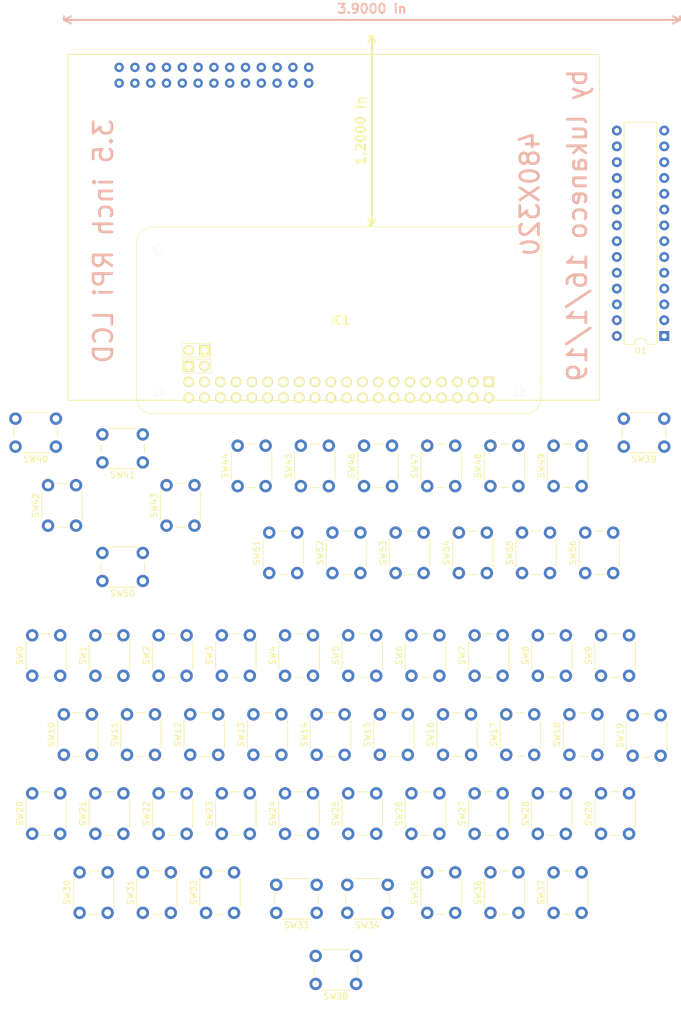
<source format=kicad_pcb>
(kicad_pcb (version 20171130) (host pcbnew "(5.0.2)-1")
  (layers (0 F.Cu signal) (31 B.Cu signal) (34 B.Paste user hide) (35 F.Paste user) (36 B.SilkS user) (37 F.SilkS user) (38 B.Mask user) (39 F.Mask user) (44 Edge.Cuts user))
  (net 0 "")
  (net 1 "Net-(SW0-Pad2)")
  (net 2 "Net-(SW1-Pad2)")
  (net 3 "Net-(SW2-Pad2)")
  (net 4 "Net-(SW3-Pad2)")
  (net 5 "Net-(SW4-Pad2)")
  (net 6 "Net-(SW5-Pad2)")
  (net 7 "Net-(SW6-Pad2)")
  (net 8 "Net-(SW7-Pad2)")
  (net 9 "Net-(SW8-Pad2)")
  (net 10 "Net-(SW9-Pad2)")
  (net 11 "Net-(SW10-Pad2)")
  (net 12 "Net-(SW11-Pad2)")
  (net 13 "Net-(SW12-Pad2)")
  (net 14 "Net-(SW13-Pad2)")
  (net 15 "Net-(SW14-Pad2)")
  (net 16 "Net-(SW15-Pad2)")
  (net 17 "Net-(SW16-Pad2)")
  (net 18 "Net-(SW17-Pad2)")
  (net 19 "Net-(SW18-Pad2)")
  (net 20 "Net-(SW19-Pad2)")
  (net 21 "Net-(SW20-Pad2)")
  (net 22 "Net-(SW21-Pad2)")
  (net 23 "Net-(SW22-Pad2)")
  (net 24 "Net-(SW23-Pad2)")
  (net 25 "Net-(SW24-Pad2)")
  (net 26 "Net-(SW25-Pad2)")
  (net 27 "Net-(SW26-Pad2)")
  (net 28 "Net-(SW27-Pad2)")
  (net 29 "Net-(SW28-Pad2)")
  (net 30 "Net-(SW29-Pad2)")
  (net 31 "Net-(SW30-Pad2)")
  (net 32 "Net-(SW31-Pad2)")
  (net 33 "Net-(SW32-Pad2)")
  (net 34 "Net-(SW33-Pad2)")
  (net 35 "Net-(SW34-Pad2)")
  (net 36 "Net-(SW35-Pad2)")
  (net 37 "Net-(SW36-Pad2)")
  (net 38 "Net-(SW37-Pad2)")
  (net 39 "Net-(SW38-Pad2)")
  (net 40 "Net-(SW39-Pad2)")
  (net 41 "Net-(SW40-Pad2)")
  (net 42 "Net-(SW41-Pad2)")
  (net 43 "Net-(SW42-Pad2)")
  (net 44 "Net-(SW43-Pad2)")
  (net 45 "Net-(SW44-Pad2)")
  (net 46 "Net-(SW45-Pad2)")
  (net 47 "Net-(SW46-Pad2)")
  (net 48 "Net-(SW47-Pad2)")
  (net 49 "Net-(SW48-Pad2)")
  (net 50 "Net-(SW49-Pad2)")
  (net 51 "Net-(SW50-Pad2)")
  (net 52 "Net-(SW51-Pad2)")
  (net 53 "Net-(SW52-Pad2)")
  (net 54 "Net-(SW53-Pad2)")
  (net 55 "Net-(SW54-Pad2)")
  (net 56 "Net-(SW55-Pad2)")
  (net 57 "Net-(SW56-Pad2)")
  (net 58 "Net-(U1-Pad15)")
  (net 59 "Net-(U1-Pad16)")
  (net 60 "Net-(U1-Pad17)")
  (net 61 "Net-(U1-Pad18)")
  (net 62 "Net-(U1-Pad19)")
  (net 63 "Net-(U1-Pad6)")
  (net 64 "Net-(U1-Pad20)")
  (net 65 "Net-(U1-Pad7)")
  (net 66 "Net-(U1-Pad21)")
  (net 67 "Net-(U1-Pad22)")
  (net 68 "Net-(U1-Pad23)")
  (net 69 "Net-(U1-Pad24)")
  (net 70 "Net-(U1-Pad11)")
  (net 71 "Net-(U1-Pad25)")
  (net 72 "Net-(U1-Pad12)")
  (net 73 "Net-(U1-Pad26)")
  (net 74 "Net-(U1-Pad13)")
  (net 75 "Net-(U1-Pad27)")
  (net 76 "Net-(U1-Pad14)")
  (net 77 "Net-(U1-Pad28)")
  (net 78 Col2)
  (net 79 Col3)
  (net 80 Col4)
  (net 81 Col5)
  (net 82 Col0)
  (net 83 Col1)
  (net 84 Reset)
  (net 85 Serial_RX)
  (net 86 Serial_TX)
  (net 87 USB_D+)
  (net 88 USB_D-)
  (net 89 Osc1)
  (net 90 Osc2)
  (net 91 "Net-(DS1-Pad1)")
  (net 92 "Net-(DS1-Pad2)")
  (net 93 "Net-(DS1-Pad3)")
  (net 94 "Net-(DS1-Pad4)")
  (net 95 "Net-(DS1-Pad5)")
  (net 96 "Net-(DS1-Pad6)")
  (net 97 "Net-(DS1-Pad7)")
  (net 98 "Net-(DS1-Pad8)")
  (net 99 "Net-(DS1-Pad9)")
  (net 100 "Net-(DS1-Pad10)")
  (net 101 "Net-(DS1-Pad11)")
  (net 102 "Net-(DS1-Pad12)")
  (net 103 "Net-(DS1-Pad13)")
  (net 104 "Net-(DS1-Pad14)")
  (net 105 "Net-(DS1-Pad15)")
  (net 106 "Net-(DS1-Pad16)")
  (net 107 "Net-(DS1-Pad17)")
  (net 108 "Net-(DS1-Pad18)")
  (net 109 "Net-(DS1-Pad20)")
  (net 110 "Net-(DS1-Pad21)")
  (net 111 "Net-(DS1-Pad22)")
  (net 112 "Net-(DS1-Pad23)")
  (net 113 "Net-(DS1-Pad24)")
  (net 114 "Net-(DS1-Pad25)")
  (net 115 "Net-(DS1-Pad26)")
  (net 116 "Net-(IC1-Pad1)")
  (net 117 "Net-(IC1-Pad2)")
  (net 118 "Net-(IC1-Pad3)")
  (net 119 "Net-(IC1-Pad4)")
  (net 120 "Net-(IC1-Pad5)")
  (net 121 "Net-(IC1-Pad6)")
  (net 122 "Net-(IC1-Pad7)")
  (net 123 "Net-(IC1-Pad8)")
  (net 124 "Net-(IC1-Pad9)")
  (net 125 "Net-(IC1-Pad10)")
  (net 126 "Net-(IC1-Pad11)")
  (net 127 "Net-(IC1-Pad12)")
  (net 128 "Net-(IC1-Pad13)")
  (net 129 "Net-(IC1-Pad14)")
  (net 130 "Net-(IC1-Pad15)")
  (net 131 "Net-(IC1-Pad16)")
  (net 132 "Net-(IC1-Pad17)")
  (net 133 "Net-(IC1-Pad18)")
  (net 134 "Net-(IC1-Pad19)")
  (net 135 "Net-(IC1-Pad20)")
  (net 136 "Net-(IC1-Pad21)")
  (net 137 "Net-(IC1-Pad22)")
  (net 138 "Net-(IC1-Pad23)")
  (net 139 "Net-(IC1-Pad24)")
  (net 140 "Net-(IC1-Pad25)")
  (net 141 "Net-(IC1-Pad26)")
  (net 142 "Net-(IC1-Pad27)")
  (net 143 "Net-(IC1-Pad28)")
  (net 144 "Net-(IC1-Pad29)")
  (net 145 "Net-(IC1-Pad30)")
  (net 146 "Net-(IC1-Pad31)")
  (net 147 "Net-(IC1-Pad32)")
  (net 148 "Net-(IC1-Pad33)")
  (net 149 "Net-(IC1-Pad34)")
  (net 150 "Net-(IC1-Pad35)")
  (net 151 "Net-(IC1-Pad36)")
  (net 152 "Net-(IC1-Pad37)")
  (net 153 "Net-(IC1-Pad38)")
  (net 154 "Net-(IC1-Pad39)")
  (net 155 "Net-(IC1-Pad40)")
  (net 156 "Net-(IC1-Pad41)")
  (net 157 "Net-(IC1-Pad42)")
  (net 158 "Net-(IC1-Pad43)")
  (net 159 "Net-(IC1-Pad44)")
  (module Button_Switch_THT:SW_PUSH_6mm (layer F.Cu) (at 60.96 133.35 90)
    (fp_text reference SW0 (at 3.25 -2 90) (layer F.SilkS))
    (fp_text value SW_Push)
    (pad 2 thru_hole circle (at 0 4.5 180) (size 2 2) (drill 1.1) (layers *.Cu *.Mask) (net 1 "Net-(SW0-Pad2)"))
    (pad 1 thru_hole circle (at 0 0 180) (size 2 2) (drill 1.1) (layers *.Cu *.Mask) (net 78 Col2))
    (pad 2 thru_hole circle (at 6.5 4.5 180) (size 2 2) (drill 1.1) (layers *.Cu *.Mask) (net 1 "Net-(SW0-Pad2)"))
    (pad 1 thru_hole circle (at 6.5 0 180) (size 2 2) (drill 1.1) (layers *.Cu *.Mask) (net 78 Col2))
  )
  (module Button_Switch_THT:SW_PUSH_6mm (layer F.Cu) (at 71.12 133.35 90)
    (fp_text reference SW1 (at 3.25 -2 90) (layer F.SilkS))
    (fp_text value SW_Push)
    (pad 1 thru_hole circle (at 6.5 0 180) (size 2 2) (drill 1.1) (layers *.Cu *.Mask) (net 78 Col2))
    (pad 2 thru_hole circle (at 6.5 4.5 180) (size 2 2) (drill 1.1) (layers *.Cu *.Mask) (net 2 "Net-(SW1-Pad2)"))
    (pad 1 thru_hole circle (at 0 0 180) (size 2 2) (drill 1.1) (layers *.Cu *.Mask) (net 78 Col2))
    (pad 2 thru_hole circle (at 0 4.5 180) (size 2 2) (drill 1.1) (layers *.Cu *.Mask) (net 2 "Net-(SW1-Pad2)"))
  )
  (module Button_Switch_THT:SW_PUSH_6mm (layer F.Cu) (at 81.28 133.35 90)
    (fp_text reference SW2 (at 3.25 -2 90) (layer F.SilkS))
    (fp_text value SW_Push)
    (pad 2 thru_hole circle (at 0 4.5 180) (size 2 2) (drill 1.1) (layers *.Cu *.Mask) (net 3 "Net-(SW2-Pad2)"))
    (pad 1 thru_hole circle (at 0 0 180) (size 2 2) (drill 1.1) (layers *.Cu *.Mask) (net 78 Col2))
    (pad 2 thru_hole circle (at 6.5 4.5 180) (size 2 2) (drill 1.1) (layers *.Cu *.Mask) (net 3 "Net-(SW2-Pad2)"))
    (pad 1 thru_hole circle (at 6.5 0 180) (size 2 2) (drill 1.1) (layers *.Cu *.Mask) (net 78 Col2))
  )
  (module Button_Switch_THT:SW_PUSH_6mm (layer F.Cu) (at 91.44 133.35 90)
    (fp_text reference SW3 (at 3.25 -2 90) (layer F.SilkS))
    (fp_text value SW_Push)
    (pad 2 thru_hole circle (at 0 4.5 180) (size 2 2) (drill 1.1) (layers *.Cu *.Mask) (net 4 "Net-(SW3-Pad2)"))
    (pad 1 thru_hole circle (at 0 0 180) (size 2 2) (drill 1.1) (layers *.Cu *.Mask) (net 78 Col2))
    (pad 2 thru_hole circle (at 6.5 4.5 180) (size 2 2) (drill 1.1) (layers *.Cu *.Mask) (net 4 "Net-(SW3-Pad2)"))
    (pad 1 thru_hole circle (at 6.5 0 180) (size 2 2) (drill 1.1) (layers *.Cu *.Mask) (net 78 Col2))
  )
  (module Button_Switch_THT:SW_PUSH_6mm (layer F.Cu) (at 101.6 133.35 90)
    (fp_text reference SW4 (at 3.25 -2 90) (layer F.SilkS))
    (fp_text value SW_Push)
    (pad 1 thru_hole circle (at 6.5 0 180) (size 2 2) (drill 1.1) (layers *.Cu *.Mask) (net 78 Col2))
    (pad 2 thru_hole circle (at 6.5 4.5 180) (size 2 2) (drill 1.1) (layers *.Cu *.Mask) (net 5 "Net-(SW4-Pad2)"))
    (pad 1 thru_hole circle (at 0 0 180) (size 2 2) (drill 1.1) (layers *.Cu *.Mask) (net 78 Col2))
    (pad 2 thru_hole circle (at 0 4.5 180) (size 2 2) (drill 1.1) (layers *.Cu *.Mask) (net 5 "Net-(SW4-Pad2)"))
  )
  (module Button_Switch_THT:SW_PUSH_6mm (layer F.Cu) (at 111.76 133.35 90)
    (fp_text reference SW5 (at 3.25 -2 90) (layer F.SilkS))
    (fp_text value SW_Push)
    (pad 2 thru_hole circle (at 0 4.5 180) (size 2 2) (drill 1.1) (layers *.Cu *.Mask) (net 6 "Net-(SW5-Pad2)"))
    (pad 1 thru_hole circle (at 0 0 180) (size 2 2) (drill 1.1) (layers *.Cu *.Mask) (net 78 Col2))
    (pad 2 thru_hole circle (at 6.5 4.5 180) (size 2 2) (drill 1.1) (layers *.Cu *.Mask) (net 6 "Net-(SW5-Pad2)"))
    (pad 1 thru_hole circle (at 6.5 0 180) (size 2 2) (drill 1.1) (layers *.Cu *.Mask) (net 78 Col2))
  )
  (module Button_Switch_THT:SW_PUSH_6mm (layer F.Cu) (at 121.92 133.35 90)
    (fp_text reference SW6 (at 3.25 -2 90) (layer F.SilkS))
    (fp_text value SW_Push)
    (pad 2 thru_hole circle (at 0 4.5 180) (size 2 2) (drill 1.1) (layers *.Cu *.Mask) (net 7 "Net-(SW6-Pad2)"))
    (pad 1 thru_hole circle (at 0 0 180) (size 2 2) (drill 1.1) (layers *.Cu *.Mask) (net 78 Col2))
    (pad 2 thru_hole circle (at 6.5 4.5 180) (size 2 2) (drill 1.1) (layers *.Cu *.Mask) (net 7 "Net-(SW6-Pad2)"))
    (pad 1 thru_hole circle (at 6.5 0 180) (size 2 2) (drill 1.1) (layers *.Cu *.Mask) (net 78 Col2))
  )
  (module Button_Switch_THT:SW_PUSH_6mm (layer F.Cu) (at 132.08 133.35 90)
    (fp_text reference SW7 (at 3.25 -2 90) (layer F.SilkS))
    (fp_text value SW_Push)
    (pad 1 thru_hole circle (at 6.5 0 180) (size 2 2) (drill 1.1) (layers *.Cu *.Mask) (net 78 Col2))
    (pad 2 thru_hole circle (at 6.5 4.5 180) (size 2 2) (drill 1.1) (layers *.Cu *.Mask) (net 8 "Net-(SW7-Pad2)"))
    (pad 1 thru_hole circle (at 0 0 180) (size 2 2) (drill 1.1) (layers *.Cu *.Mask) (net 78 Col2))
    (pad 2 thru_hole circle (at 0 4.5 180) (size 2 2) (drill 1.1) (layers *.Cu *.Mask) (net 8 "Net-(SW7-Pad2)"))
  )
  (module Button_Switch_THT:SW_PUSH_6mm (layer F.Cu) (at 142.24 133.35 90)
    (fp_text reference SW8 (at 3.25 -2 90) (layer F.SilkS))
    (fp_text value SW_Push)
    (pad 1 thru_hole circle (at 6.5 0 180) (size 2 2) (drill 1.1) (layers *.Cu *.Mask) (net 78 Col2))
    (pad 2 thru_hole circle (at 6.5 4.5 180) (size 2 2) (drill 1.1) (layers *.Cu *.Mask) (net 9 "Net-(SW8-Pad2)"))
    (pad 1 thru_hole circle (at 0 0 180) (size 2 2) (drill 1.1) (layers *.Cu *.Mask) (net 78 Col2))
    (pad 2 thru_hole circle (at 0 4.5 180) (size 2 2) (drill 1.1) (layers *.Cu *.Mask) (net 9 "Net-(SW8-Pad2)"))
  )
  (module Button_Switch_THT:SW_PUSH_6mm (layer F.Cu) (at 152.4 133.35 90)
    (fp_text reference SW9 (at 3.25 -2 90) (layer F.SilkS))
    (fp_text value SW_Push)
    (pad 2 thru_hole circle (at 0 4.5 180) (size 2 2) (drill 1.1) (layers *.Cu *.Mask) (net 10 "Net-(SW9-Pad2)"))
    (pad 1 thru_hole circle (at 0 0 180) (size 2 2) (drill 1.1) (layers *.Cu *.Mask) (net 78 Col2))
    (pad 2 thru_hole circle (at 6.5 4.5 180) (size 2 2) (drill 1.1) (layers *.Cu *.Mask) (net 10 "Net-(SW9-Pad2)"))
    (pad 1 thru_hole circle (at 6.5 0 180) (size 2 2) (drill 1.1) (layers *.Cu *.Mask) (net 78 Col2))
  )
  (module Button_Switch_THT:SW_PUSH_6mm (layer F.Cu) (at 66.04 146.05 90)
    (fp_text reference SW10 (at 3.25 -2 90) (layer F.SilkS))
    (fp_text value SW_Push)
    (pad 1 thru_hole circle (at 6.5 0 180) (size 2 2) (drill 1.1) (layers *.Cu *.Mask) (net 79 Col3))
    (pad 2 thru_hole circle (at 6.5 4.5 180) (size 2 2) (drill 1.1) (layers *.Cu *.Mask) (net 11 "Net-(SW10-Pad2)"))
    (pad 1 thru_hole circle (at 0 0 180) (size 2 2) (drill 1.1) (layers *.Cu *.Mask) (net 79 Col3))
    (pad 2 thru_hole circle (at 0 4.5 180) (size 2 2) (drill 1.1) (layers *.Cu *.Mask) (net 11 "Net-(SW10-Pad2)"))
  )
  (module Button_Switch_THT:SW_PUSH_6mm (layer F.Cu) (at 76.2 146.05 90)
    (fp_text reference SW11 (at 3.25 -2 90) (layer F.SilkS))
    (fp_text value SW_Push)
    (pad 2 thru_hole circle (at 0 4.5 180) (size 2 2) (drill 1.1) (layers *.Cu *.Mask) (net 12 "Net-(SW11-Pad2)"))
    (pad 1 thru_hole circle (at 0 0 180) (size 2 2) (drill 1.1) (layers *.Cu *.Mask) (net 79 Col3))
    (pad 2 thru_hole circle (at 6.5 4.5 180) (size 2 2) (drill 1.1) (layers *.Cu *.Mask) (net 12 "Net-(SW11-Pad2)"))
    (pad 1 thru_hole circle (at 6.5 0 180) (size 2 2) (drill 1.1) (layers *.Cu *.Mask) (net 79 Col3))
  )
  (module Button_Switch_THT:SW_PUSH_6mm (layer F.Cu) (at 86.36 146.05 90)
    (fp_text reference SW12 (at 3.25 -2 90) (layer F.SilkS))
    (fp_text value SW_Push)
    (pad 1 thru_hole circle (at 6.5 0 180) (size 2 2) (drill 1.1) (layers *.Cu *.Mask) (net 79 Col3))
    (pad 2 thru_hole circle (at 6.5 4.5 180) (size 2 2) (drill 1.1) (layers *.Cu *.Mask) (net 13 "Net-(SW12-Pad2)"))
    (pad 1 thru_hole circle (at 0 0 180) (size 2 2) (drill 1.1) (layers *.Cu *.Mask) (net 79 Col3))
    (pad 2 thru_hole circle (at 0 4.5 180) (size 2 2) (drill 1.1) (layers *.Cu *.Mask) (net 13 "Net-(SW12-Pad2)"))
  )
  (module Button_Switch_THT:SW_PUSH_6mm (layer F.Cu) (at 96.52 146.05 90)
    (fp_text reference SW13 (at 3.25 -2 90) (layer F.SilkS))
    (fp_text value SW_Push)
    (pad 1 thru_hole circle (at 6.5 0 180) (size 2 2) (drill 1.1) (layers *.Cu *.Mask) (net 79 Col3))
    (pad 2 thru_hole circle (at 6.5 4.5 180) (size 2 2) (drill 1.1) (layers *.Cu *.Mask) (net 14 "Net-(SW13-Pad2)"))
    (pad 1 thru_hole circle (at 0 0 180) (size 2 2) (drill 1.1) (layers *.Cu *.Mask) (net 79 Col3))
    (pad 2 thru_hole circle (at 0 4.5 180) (size 2 2) (drill 1.1) (layers *.Cu *.Mask) (net 14 "Net-(SW13-Pad2)"))
  )
  (module Button_Switch_THT:SW_PUSH_6mm (layer F.Cu) (at 106.68 146.05 90)
    (fp_text reference SW14 (at 3.25 -2 90) (layer F.SilkS))
    (fp_text value SW_Push)
    (pad 2 thru_hole circle (at 0 4.5 180) (size 2 2) (drill 1.1) (layers *.Cu *.Mask) (net 15 "Net-(SW14-Pad2)"))
    (pad 1 thru_hole circle (at 0 0 180) (size 2 2) (drill 1.1) (layers *.Cu *.Mask) (net 79 Col3))
    (pad 2 thru_hole circle (at 6.5 4.5 180) (size 2 2) (drill 1.1) (layers *.Cu *.Mask) (net 15 "Net-(SW14-Pad2)"))
    (pad 1 thru_hole circle (at 6.5 0 180) (size 2 2) (drill 1.1) (layers *.Cu *.Mask) (net 79 Col3))
  )
  (module Button_Switch_THT:SW_PUSH_6mm (layer F.Cu) (at 116.84 146.05 90)
    (fp_text reference SW15 (at 3.25 -2 90) (layer F.SilkS))
    (fp_text value SW_Push)
    (pad 2 thru_hole circle (at 0 4.5 180) (size 2 2) (drill 1.1) (layers *.Cu *.Mask) (net 16 "Net-(SW15-Pad2)"))
    (pad 1 thru_hole circle (at 0 0 180) (size 2 2) (drill 1.1) (layers *.Cu *.Mask) (net 79 Col3))
    (pad 2 thru_hole circle (at 6.5 4.5 180) (size 2 2) (drill 1.1) (layers *.Cu *.Mask) (net 16 "Net-(SW15-Pad2)"))
    (pad 1 thru_hole circle (at 6.5 0 180) (size 2 2) (drill 1.1) (layers *.Cu *.Mask) (net 79 Col3))
  )
  (module Button_Switch_THT:SW_PUSH_6mm (layer F.Cu) (at 127 146.05 90)
    (fp_text reference SW16 (at 3.25 -2 90) (layer F.SilkS))
    (fp_text value SW_Push)
    (pad 1 thru_hole circle (at 6.5 0 180) (size 2 2) (drill 1.1) (layers *.Cu *.Mask) (net 79 Col3))
    (pad 2 thru_hole circle (at 6.5 4.5 180) (size 2 2) (drill 1.1) (layers *.Cu *.Mask) (net 17 "Net-(SW16-Pad2)"))
    (pad 1 thru_hole circle (at 0 0 180) (size 2 2) (drill 1.1) (layers *.Cu *.Mask) (net 79 Col3))
    (pad 2 thru_hole circle (at 0 4.5 180) (size 2 2) (drill 1.1) (layers *.Cu *.Mask) (net 17 "Net-(SW16-Pad2)"))
  )
  (module Button_Switch_THT:SW_PUSH_6mm (layer F.Cu) (at 137.16 146.05 90)
    (fp_text reference SW17 (at 3.25 -2 90) (layer F.SilkS))
    (fp_text value SW_Push)
    (pad 2 thru_hole circle (at 0 4.5 180) (size 2 2) (drill 1.1) (layers *.Cu *.Mask) (net 18 "Net-(SW17-Pad2)"))
    (pad 1 thru_hole circle (at 0 0 180) (size 2 2) (drill 1.1) (layers *.Cu *.Mask) (net 79 Col3))
    (pad 2 thru_hole circle (at 6.5 4.5 180) (size 2 2) (drill 1.1) (layers *.Cu *.Mask) (net 18 "Net-(SW17-Pad2)"))
    (pad 1 thru_hole circle (at 6.5 0 180) (size 2 2) (drill 1.1) (layers *.Cu *.Mask) (net 79 Col3))
  )
  (module Button_Switch_THT:SW_PUSH_6mm (layer F.Cu) (at 147.32 146.05 90)
    (fp_text reference SW18 (at 3.25 -2 90) (layer F.SilkS))
    (fp_text value SW_Push)
    (pad 1 thru_hole circle (at 6.5 0 180) (size 2 2) (drill 1.1) (layers *.Cu *.Mask) (net 79 Col3))
    (pad 2 thru_hole circle (at 6.5 4.5 180) (size 2 2) (drill 1.1) (layers *.Cu *.Mask) (net 19 "Net-(SW18-Pad2)"))
    (pad 1 thru_hole circle (at 0 0 180) (size 2 2) (drill 1.1) (layers *.Cu *.Mask) (net 79 Col3))
    (pad 2 thru_hole circle (at 0 4.5 180) (size 2 2) (drill 1.1) (layers *.Cu *.Mask) (net 19 "Net-(SW18-Pad2)"))
  )
  (module Button_Switch_THT:SW_PUSH_6mm (layer F.Cu) (at 157.48 146.2 90)
    (fp_text reference SW19 (at 3.25 -2 90) (layer F.SilkS))
    (fp_text value SW_Push)
    (pad 1 thru_hole circle (at 6.5 0 180) (size 2 2) (drill 1.1) (layers *.Cu *.Mask) (net 79 Col3))
    (pad 2 thru_hole circle (at 6.5 4.5 180) (size 2 2) (drill 1.1) (layers *.Cu *.Mask) (net 20 "Net-(SW19-Pad2)"))
    (pad 1 thru_hole circle (at 0 0 180) (size 2 2) (drill 1.1) (layers *.Cu *.Mask) (net 79 Col3))
    (pad 2 thru_hole circle (at 0 4.5 180) (size 2 2) (drill 1.1) (layers *.Cu *.Mask) (net 20 "Net-(SW19-Pad2)"))
  )
  (module Button_Switch_THT:SW_PUSH_6mm (layer F.Cu) (at 60.96 158.75 90)
    (fp_text reference SW20 (at 3.25 -2 90) (layer F.SilkS))
    (fp_text value SW_Push)
    (pad 2 thru_hole circle (at 0 4.5 180) (size 2 2) (drill 1.1) (layers *.Cu *.Mask) (net 21 "Net-(SW20-Pad2)"))
    (pad 1 thru_hole circle (at 0 0 180) (size 2 2) (drill 1.1) (layers *.Cu *.Mask) (net 80 Col4))
    (pad 2 thru_hole circle (at 6.5 4.5 180) (size 2 2) (drill 1.1) (layers *.Cu *.Mask) (net 21 "Net-(SW20-Pad2)"))
    (pad 1 thru_hole circle (at 6.5 0 180) (size 2 2) (drill 1.1) (layers *.Cu *.Mask) (net 80 Col4))
  )
  (module Button_Switch_THT:SW_PUSH_6mm (layer F.Cu) (at 71.12 158.75 90)
    (fp_text reference SW21 (at 3.25 -2 90) (layer F.SilkS))
    (fp_text value SW_Push)
    (pad 1 thru_hole circle (at 6.5 0 180) (size 2 2) (drill 1.1) (layers *.Cu *.Mask) (net 80 Col4))
    (pad 2 thru_hole circle (at 6.5 4.5 180) (size 2 2) (drill 1.1) (layers *.Cu *.Mask) (net 22 "Net-(SW21-Pad2)"))
    (pad 1 thru_hole circle (at 0 0 180) (size 2 2) (drill 1.1) (layers *.Cu *.Mask) (net 80 Col4))
    (pad 2 thru_hole circle (at 0 4.5 180) (size 2 2) (drill 1.1) (layers *.Cu *.Mask) (net 22 "Net-(SW21-Pad2)"))
  )
  (module Button_Switch_THT:SW_PUSH_6mm (layer F.Cu) (at 81.28 158.75 90)
    (fp_text reference SW22 (at 3.25 -2 90) (layer F.SilkS))
    (fp_text value SW_Push)
    (pad 2 thru_hole circle (at 0 4.5 180) (size 2 2) (drill 1.1) (layers *.Cu *.Mask) (net 23 "Net-(SW22-Pad2)"))
    (pad 1 thru_hole circle (at 0 0 180) (size 2 2) (drill 1.1) (layers *.Cu *.Mask) (net 80 Col4))
    (pad 2 thru_hole circle (at 6.5 4.5 180) (size 2 2) (drill 1.1) (layers *.Cu *.Mask) (net 23 "Net-(SW22-Pad2)"))
    (pad 1 thru_hole circle (at 6.5 0 180) (size 2 2) (drill 1.1) (layers *.Cu *.Mask) (net 80 Col4))
  )
  (module Button_Switch_THT:SW_PUSH_6mm (layer F.Cu) (at 91.44 158.75 90)
    (fp_text reference SW23 (at 3.25 -2 90) (layer F.SilkS))
    (fp_text value SW_Push)
    (pad 2 thru_hole circle (at 0 4.5 180) (size 2 2) (drill 1.1) (layers *.Cu *.Mask) (net 24 "Net-(SW23-Pad2)"))
    (pad 1 thru_hole circle (at 0 0 180) (size 2 2) (drill 1.1) (layers *.Cu *.Mask) (net 80 Col4))
    (pad 2 thru_hole circle (at 6.5 4.5 180) (size 2 2) (drill 1.1) (layers *.Cu *.Mask) (net 24 "Net-(SW23-Pad2)"))
    (pad 1 thru_hole circle (at 6.5 0 180) (size 2 2) (drill 1.1) (layers *.Cu *.Mask) (net 80 Col4))
  )
  (module Button_Switch_THT:SW_PUSH_6mm (layer F.Cu) (at 101.6 158.75 90)
    (fp_text reference SW24 (at 3.25 -2 90) (layer F.SilkS))
    (fp_text value SW_Push)
    (pad 2 thru_hole circle (at 0 4.5 180) (size 2 2) (drill 1.1) (layers *.Cu *.Mask) (net 25 "Net-(SW24-Pad2)"))
    (pad 1 thru_hole circle (at 0 0 180) (size 2 2) (drill 1.1) (layers *.Cu *.Mask) (net 80 Col4))
    (pad 2 thru_hole circle (at 6.5 4.5 180) (size 2 2) (drill 1.1) (layers *.Cu *.Mask) (net 25 "Net-(SW24-Pad2)"))
    (pad 1 thru_hole circle (at 6.5 0 180) (size 2 2) (drill 1.1) (layers *.Cu *.Mask) (net 80 Col4))
  )
  (module Button_Switch_THT:SW_PUSH_6mm (layer F.Cu) (at 111.76 158.75 90)
    (fp_text reference SW25 (at 3.25 -2 90) (layer F.SilkS))
    (fp_text value SW_Push)
    (pad 1 thru_hole circle (at 6.5 0 180) (size 2 2) (drill 1.1) (layers *.Cu *.Mask) (net 80 Col4))
    (pad 2 thru_hole circle (at 6.5 4.5 180) (size 2 2) (drill 1.1) (layers *.Cu *.Mask) (net 26 "Net-(SW25-Pad2)"))
    (pad 1 thru_hole circle (at 0 0 180) (size 2 2) (drill 1.1) (layers *.Cu *.Mask) (net 80 Col4))
    (pad 2 thru_hole circle (at 0 4.5 180) (size 2 2) (drill 1.1) (layers *.Cu *.Mask) (net 26 "Net-(SW25-Pad2)"))
  )
  (module Button_Switch_THT:SW_PUSH_6mm (layer F.Cu) (at 121.92 158.75 90)
    (fp_text reference SW26 (at 3.25 -2 90) (layer F.SilkS))
    (fp_text value SW_Push)
    (pad 2 thru_hole circle (at 0 4.5 180) (size 2 2) (drill 1.1) (layers *.Cu *.Mask) (net 27 "Net-(SW26-Pad2)"))
    (pad 1 thru_hole circle (at 0 0 180) (size 2 2) (drill 1.1) (layers *.Cu *.Mask) (net 80 Col4))
    (pad 2 thru_hole circle (at 6.5 4.5 180) (size 2 2) (drill 1.1) (layers *.Cu *.Mask) (net 27 "Net-(SW26-Pad2)"))
    (pad 1 thru_hole circle (at 6.5 0 180) (size 2 2) (drill 1.1) (layers *.Cu *.Mask) (net 80 Col4))
  )
  (module Button_Switch_THT:SW_PUSH_6mm (layer F.Cu) (at 132.08 158.75 90)
    (fp_text reference SW27 (at 3.25 -2 90) (layer F.SilkS))
    (fp_text value SW_Push)
    (pad 1 thru_hole circle (at 6.5 0 180) (size 2 2) (drill 1.1) (layers *.Cu *.Mask) (net 80 Col4))
    (pad 2 thru_hole circle (at 6.5 4.5 180) (size 2 2) (drill 1.1) (layers *.Cu *.Mask) (net 28 "Net-(SW27-Pad2)"))
    (pad 1 thru_hole circle (at 0 0 180) (size 2 2) (drill 1.1) (layers *.Cu *.Mask) (net 80 Col4))
    (pad 2 thru_hole circle (at 0 4.5 180) (size 2 2) (drill 1.1) (layers *.Cu *.Mask) (net 28 "Net-(SW27-Pad2)"))
  )
  (module Button_Switch_THT:SW_PUSH_6mm (layer F.Cu) (at 142.24 158.75 90)
    (fp_text reference SW28 (at 3.25 -2 90) (layer F.SilkS))
    (fp_text value SW_Push)
    (pad 2 thru_hole circle (at 0 4.5 180) (size 2 2) (drill 1.1) (layers *.Cu *.Mask) (net 29 "Net-(SW28-Pad2)"))
    (pad 1 thru_hole circle (at 0 0 180) (size 2 2) (drill 1.1) (layers *.Cu *.Mask) (net 80 Col4))
    (pad 2 thru_hole circle (at 6.5 4.5 180) (size 2 2) (drill 1.1) (layers *.Cu *.Mask) (net 29 "Net-(SW28-Pad2)"))
    (pad 1 thru_hole circle (at 6.5 0 180) (size 2 2) (drill 1.1) (layers *.Cu *.Mask) (net 80 Col4))
  )
  (module Button_Switch_THT:SW_PUSH_6mm (layer F.Cu) (at 152.4 158.75 90)
    (fp_text reference SW29 (at 3.25 -2 90) (layer F.SilkS))
    (fp_text value SW_Push)
    (pad 1 thru_hole circle (at 6.5 0 180) (size 2 2) (drill 1.1) (layers *.Cu *.Mask) (net 80 Col4))
    (pad 2 thru_hole circle (at 6.5 4.5 180) (size 2 2) (drill 1.1) (layers *.Cu *.Mask) (net 30 "Net-(SW29-Pad2)"))
    (pad 1 thru_hole circle (at 0 0 180) (size 2 2) (drill 1.1) (layers *.Cu *.Mask) (net 80 Col4))
    (pad 2 thru_hole circle (at 0 4.5 180) (size 2 2) (drill 1.1) (layers *.Cu *.Mask) (net 30 "Net-(SW29-Pad2)"))
  )
  (module Button_Switch_THT:SW_PUSH_6mm (layer F.Cu) (at 68.58 171.45 90)
    (fp_text reference SW30 (at 3.25 -2 90) (layer F.SilkS))
    (fp_text value SW_Push)
    (pad 1 thru_hole circle (at 6.5 0 180) (size 2 2) (drill 1.1) (layers *.Cu *.Mask) (net 81 Col5))
    (pad 2 thru_hole circle (at 6.5 4.5 180) (size 2 2) (drill 1.1) (layers *.Cu *.Mask) (net 31 "Net-(SW30-Pad2)"))
    (pad 1 thru_hole circle (at 0 0 180) (size 2 2) (drill 1.1) (layers *.Cu *.Mask) (net 81 Col5))
    (pad 2 thru_hole circle (at 0 4.5 180) (size 2 2) (drill 1.1) (layers *.Cu *.Mask) (net 31 "Net-(SW30-Pad2)"))
  )
  (module Button_Switch_THT:SW_PUSH_6mm (layer F.Cu) (at 78.74 171.45 90)
    (fp_text reference SW31 (at 3.25 -2 90) (layer F.SilkS))
    (fp_text value SW_Push)
    (pad 2 thru_hole circle (at 0 4.5 180) (size 2 2) (drill 1.1) (layers *.Cu *.Mask) (net 32 "Net-(SW31-Pad2)"))
    (pad 1 thru_hole circle (at 0 0 180) (size 2 2) (drill 1.1) (layers *.Cu *.Mask) (net 81 Col5))
    (pad 2 thru_hole circle (at 6.5 4.5 180) (size 2 2) (drill 1.1) (layers *.Cu *.Mask) (net 32 "Net-(SW31-Pad2)"))
    (pad 1 thru_hole circle (at 6.5 0 180) (size 2 2) (drill 1.1) (layers *.Cu *.Mask) (net 81 Col5))
  )
  (module Button_Switch_THT:SW_PUSH_6mm (layer F.Cu) (at 88.9 171.45 90)
    (fp_text reference SW32 (at 3.25 -2 90) (layer F.SilkS))
    (fp_text value SW_Push)
    (pad 1 thru_hole circle (at 6.5 0 180) (size 2 2) (drill 1.1) (layers *.Cu *.Mask) (net 81 Col5))
    (pad 2 thru_hole circle (at 6.5 4.5 180) (size 2 2) (drill 1.1) (layers *.Cu *.Mask) (net 33 "Net-(SW32-Pad2)"))
    (pad 1 thru_hole circle (at 0 0 180) (size 2 2) (drill 1.1) (layers *.Cu *.Mask) (net 81 Col5))
    (pad 2 thru_hole circle (at 0 4.5 180) (size 2 2) (drill 1.1) (layers *.Cu *.Mask) (net 33 "Net-(SW32-Pad2)"))
  )
  (module Button_Switch_THT:SW_PUSH_6mm (layer F.Cu) (at 106.68 171.45 180)
    (fp_text reference SW33 (at 3.25 -2 180) (layer F.SilkS))
    (fp_text value SW_Push)
    (pad 2 thru_hole circle (at 0 4.5 270) (size 2 2) (drill 1.1) (layers *.Cu *.Mask) (net 34 "Net-(SW33-Pad2)"))
    (pad 1 thru_hole circle (at 0 0 270) (size 2 2) (drill 1.1) (layers *.Cu *.Mask) (net 81 Col5))
    (pad 2 thru_hole circle (at 6.5 4.5 270) (size 2 2) (drill 1.1) (layers *.Cu *.Mask) (net 34 "Net-(SW33-Pad2)"))
    (pad 1 thru_hole circle (at 6.5 0 270) (size 2 2) (drill 1.1) (layers *.Cu *.Mask) (net 81 Col5))
  )
  (module Button_Switch_THT:SW_PUSH_6mm (layer F.Cu) (at 118.11 171.45 180)
    (fp_text reference SW34 (at 3.25 -2 180) (layer F.SilkS))
    (fp_text value SW_Push)
    (pad 2 thru_hole circle (at 0 4.5 270) (size 2 2) (drill 1.1) (layers *.Cu *.Mask) (net 35 "Net-(SW34-Pad2)"))
    (pad 1 thru_hole circle (at 0 0 270) (size 2 2) (drill 1.1) (layers *.Cu *.Mask) (net 81 Col5))
    (pad 2 thru_hole circle (at 6.5 4.5 270) (size 2 2) (drill 1.1) (layers *.Cu *.Mask) (net 35 "Net-(SW34-Pad2)"))
    (pad 1 thru_hole circle (at 6.5 0 270) (size 2 2) (drill 1.1) (layers *.Cu *.Mask) (net 81 Col5))
  )
  (module Button_Switch_THT:SW_PUSH_6mm (layer F.Cu) (at 124.46 171.45 90)
    (fp_text reference SW35 (at 3.25 -2 90) (layer F.SilkS))
    (fp_text value SW_Push)
    (pad 2 thru_hole circle (at 0 4.5 180) (size 2 2) (drill 1.1) (layers *.Cu *.Mask) (net 36 "Net-(SW35-Pad2)"))
    (pad 1 thru_hole circle (at 0 0 180) (size 2 2) (drill 1.1) (layers *.Cu *.Mask) (net 81 Col5))
    (pad 2 thru_hole circle (at 6.5 4.5 180) (size 2 2) (drill 1.1) (layers *.Cu *.Mask) (net 36 "Net-(SW35-Pad2)"))
    (pad 1 thru_hole circle (at 6.5 0 180) (size 2 2) (drill 1.1) (layers *.Cu *.Mask) (net 81 Col5))
  )
  (module Button_Switch_THT:SW_PUSH_6mm (layer F.Cu) (at 134.62 171.45 90)
    (fp_text reference SW36 (at 3.25 -2 90) (layer F.SilkS))
    (fp_text value SW_Push)
    (pad 2 thru_hole circle (at 0 4.5 180) (size 2 2) (drill 1.1) (layers *.Cu *.Mask) (net 37 "Net-(SW36-Pad2)"))
    (pad 1 thru_hole circle (at 0 0 180) (size 2 2) (drill 1.1) (layers *.Cu *.Mask) (net 81 Col5))
    (pad 2 thru_hole circle (at 6.5 4.5 180) (size 2 2) (drill 1.1) (layers *.Cu *.Mask) (net 37 "Net-(SW36-Pad2)"))
    (pad 1 thru_hole circle (at 6.5 0 180) (size 2 2) (drill 1.1) (layers *.Cu *.Mask) (net 81 Col5))
  )
  (module Button_Switch_THT:SW_PUSH_6mm (layer F.Cu) (at 144.78 171.45 90)
    (fp_text reference SW37 (at 3.25 -2 90) (layer F.SilkS))
    (fp_text value SW_Push)
    (pad 1 thru_hole circle (at 6.5 0 180) (size 2 2) (drill 1.1) (layers *.Cu *.Mask) (net 81 Col5))
    (pad 2 thru_hole circle (at 6.5 4.5 180) (size 2 2) (drill 1.1) (layers *.Cu *.Mask) (net 38 "Net-(SW37-Pad2)"))
    (pad 1 thru_hole circle (at 0 0 180) (size 2 2) (drill 1.1) (layers *.Cu *.Mask) (net 81 Col5))
    (pad 2 thru_hole circle (at 0 4.5 180) (size 2 2) (drill 1.1) (layers *.Cu *.Mask) (net 38 "Net-(SW37-Pad2)"))
  )
  (module Button_Switch_THT:SW_PUSH_6mm (layer F.Cu) (at 113.03 182.88 180)
    (fp_text reference SW38 (at 3.25 -2 180) (layer F.SilkS))
    (fp_text value SW_Push)
    (pad 2 thru_hole circle (at 0 4.5 270) (size 2 2) (drill 1.1) (layers *.Cu *.Mask) (net 39 "Net-(SW38-Pad2)"))
    (pad 1 thru_hole circle (at 0 0 270) (size 2 2) (drill 1.1) (layers *.Cu *.Mask) (net 81 Col5))
    (pad 2 thru_hole circle (at 6.5 4.5 270) (size 2 2) (drill 1.1) (layers *.Cu *.Mask) (net 39 "Net-(SW38-Pad2)"))
    (pad 1 thru_hole circle (at 6.5 0 270) (size 2 2) (drill 1.1) (layers *.Cu *.Mask) (net 81 Col5))
  )
  (module Button_Switch_THT:SW_PUSH_6mm (layer F.Cu) (at 162.56 96.52 180)
    (fp_text reference SW39 (at 3.25 -2 180) (layer F.SilkS))
    (fp_text value SW_Push)
    (pad 1 thru_hole circle (at 6.5 0 270) (size 2 2) (drill 1.1) (layers *.Cu *.Mask) (net 81 Col5))
    (pad 2 thru_hole circle (at 6.5 4.5 270) (size 2 2) (drill 1.1) (layers *.Cu *.Mask) (net 40 "Net-(SW39-Pad2)"))
    (pad 1 thru_hole circle (at 0 0 270) (size 2 2) (drill 1.1) (layers *.Cu *.Mask) (net 81 Col5))
    (pad 2 thru_hole circle (at 0 4.5 270) (size 2 2) (drill 1.1) (layers *.Cu *.Mask) (net 40 "Net-(SW39-Pad2)"))
  )
  (module Button_Switch_THT:SW_PUSH_6mm (layer F.Cu) (at 64.77 96.52 180)
    (fp_text reference SW40 (at 3.25 -2 180) (layer F.SilkS))
    (fp_text value SW_Push)
    (pad 1 thru_hole circle (at 6.5 0 270) (size 2 2) (drill 1.1) (layers *.Cu *.Mask) (net 82 Col0))
    (pad 2 thru_hole circle (at 6.5 4.5 270) (size 2 2) (drill 1.1) (layers *.Cu *.Mask) (net 41 "Net-(SW40-Pad2)"))
    (pad 1 thru_hole circle (at 0 0 270) (size 2 2) (drill 1.1) (layers *.Cu *.Mask) (net 82 Col0))
    (pad 2 thru_hole circle (at 0 4.5 270) (size 2 2) (drill 1.1) (layers *.Cu *.Mask) (net 41 "Net-(SW40-Pad2)"))
  )
  (module Button_Switch_THT:SW_PUSH_6mm (layer F.Cu) (at 78.74 99.06 180)
    (fp_text reference SW41 (at 3.25 -2 180) (layer F.SilkS))
    (fp_text value SW_Push)
    (pad 1 thru_hole circle (at 6.5 0 270) (size 2 2) (drill 1.1) (layers *.Cu *.Mask) (net 82 Col0))
    (pad 2 thru_hole circle (at 6.5 4.5 270) (size 2 2) (drill 1.1) (layers *.Cu *.Mask) (net 42 "Net-(SW41-Pad2)"))
    (pad 1 thru_hole circle (at 0 0 270) (size 2 2) (drill 1.1) (layers *.Cu *.Mask) (net 82 Col0))
    (pad 2 thru_hole circle (at 0 4.5 270) (size 2 2) (drill 1.1) (layers *.Cu *.Mask) (net 42 "Net-(SW41-Pad2)"))
  )
  (module Button_Switch_THT:SW_PUSH_6mm (layer F.Cu) (at 63.5 109.22 90)
    (fp_text reference SW42 (at 3.25 -2 90) (layer F.SilkS))
    (fp_text value SW_Push)
    (pad 1 thru_hole circle (at 6.5 0 180) (size 2 2) (drill 1.1) (layers *.Cu *.Mask) (net 82 Col0))
    (pad 2 thru_hole circle (at 6.5 4.5 180) (size 2 2) (drill 1.1) (layers *.Cu *.Mask) (net 43 "Net-(SW42-Pad2)"))
    (pad 1 thru_hole circle (at 0 0 180) (size 2 2) (drill 1.1) (layers *.Cu *.Mask) (net 82 Col0))
    (pad 2 thru_hole circle (at 0 4.5 180) (size 2 2) (drill 1.1) (layers *.Cu *.Mask) (net 43 "Net-(SW42-Pad2)"))
  )
  (module Button_Switch_THT:SW_PUSH_6mm (layer F.Cu) (at 82.55 109.22 90)
    (fp_text reference SW43 (at 3.25 -2 90) (layer F.SilkS))
    (fp_text value SW_Push)
    (pad 2 thru_hole circle (at 0 4.5 180) (size 2 2) (drill 1.1) (layers *.Cu *.Mask) (net 44 "Net-(SW43-Pad2)"))
    (pad 1 thru_hole circle (at 0 0 180) (size 2 2) (drill 1.1) (layers *.Cu *.Mask) (net 82 Col0))
    (pad 2 thru_hole circle (at 6.5 4.5 180) (size 2 2) (drill 1.1) (layers *.Cu *.Mask) (net 44 "Net-(SW43-Pad2)"))
    (pad 1 thru_hole circle (at 6.5 0 180) (size 2 2) (drill 1.1) (layers *.Cu *.Mask) (net 82 Col0))
  )
  (module Button_Switch_THT:SW_PUSH_6mm (layer F.Cu) (at 93.98 102.87 90)
    (fp_text reference SW44 (at 3.25 -2 90) (layer F.SilkS))
    (fp_text value SW_Push)
    (pad 1 thru_hole circle (at 6.5 0 180) (size 2 2) (drill 1.1) (layers *.Cu *.Mask) (net 82 Col0))
    (pad 2 thru_hole circle (at 6.5 4.5 180) (size 2 2) (drill 1.1) (layers *.Cu *.Mask) (net 45 "Net-(SW44-Pad2)"))
    (pad 1 thru_hole circle (at 0 0 180) (size 2 2) (drill 1.1) (layers *.Cu *.Mask) (net 82 Col0))
    (pad 2 thru_hole circle (at 0 4.5 180) (size 2 2) (drill 1.1) (layers *.Cu *.Mask) (net 45 "Net-(SW44-Pad2)"))
  )
  (module Button_Switch_THT:SW_PUSH_6mm (layer F.Cu) (at 104.14 102.87 90)
    (fp_text reference SW45 (at 3.25 -2 90) (layer F.SilkS))
    (fp_text value SW_Push)
    (pad 2 thru_hole circle (at 0 4.5 180) (size 2 2) (drill 1.1) (layers *.Cu *.Mask) (net 46 "Net-(SW45-Pad2)"))
    (pad 1 thru_hole circle (at 0 0 180) (size 2 2) (drill 1.1) (layers *.Cu *.Mask) (net 82 Col0))
    (pad 2 thru_hole circle (at 6.5 4.5 180) (size 2 2) (drill 1.1) (layers *.Cu *.Mask) (net 46 "Net-(SW45-Pad2)"))
    (pad 1 thru_hole circle (at 6.5 0 180) (size 2 2) (drill 1.1) (layers *.Cu *.Mask) (net 82 Col0))
  )
  (module Button_Switch_THT:SW_PUSH_6mm (layer F.Cu) (at 114.3 102.87 90)
    (fp_text reference SW46 (at 3.25 -2 90) (layer F.SilkS))
    (fp_text value SW_Push)
    (pad 2 thru_hole circle (at 0 4.5 180) (size 2 2) (drill 1.1) (layers *.Cu *.Mask) (net 47 "Net-(SW46-Pad2)"))
    (pad 1 thru_hole circle (at 0 0 180) (size 2 2) (drill 1.1) (layers *.Cu *.Mask) (net 82 Col0))
    (pad 2 thru_hole circle (at 6.5 4.5 180) (size 2 2) (drill 1.1) (layers *.Cu *.Mask) (net 47 "Net-(SW46-Pad2)"))
    (pad 1 thru_hole circle (at 6.5 0 180) (size 2 2) (drill 1.1) (layers *.Cu *.Mask) (net 82 Col0))
  )
  (module Button_Switch_THT:SW_PUSH_6mm (layer F.Cu) (at 124.46 102.87 90)
    (fp_text reference SW47 (at 3.25 -2 90) (layer F.SilkS))
    (fp_text value SW_Push)
    (pad 2 thru_hole circle (at 0 4.5 180) (size 2 2) (drill 1.1) (layers *.Cu *.Mask) (net 48 "Net-(SW47-Pad2)"))
    (pad 1 thru_hole circle (at 0 0 180) (size 2 2) (drill 1.1) (layers *.Cu *.Mask) (net 82 Col0))
    (pad 2 thru_hole circle (at 6.5 4.5 180) (size 2 2) (drill 1.1) (layers *.Cu *.Mask) (net 48 "Net-(SW47-Pad2)"))
    (pad 1 thru_hole circle (at 6.5 0 180) (size 2 2) (drill 1.1) (layers *.Cu *.Mask) (net 82 Col0))
  )
  (module Button_Switch_THT:SW_PUSH_6mm (layer F.Cu) (at 134.62 102.87 90)
    (fp_text reference SW48 (at 3.25 -2 90) (layer F.SilkS))
    (fp_text value SW_Push)
    (pad 2 thru_hole circle (at 0 4.5 180) (size 2 2) (drill 1.1) (layers *.Cu *.Mask) (net 49 "Net-(SW48-Pad2)"))
    (pad 1 thru_hole circle (at 0 0 180) (size 2 2) (drill 1.1) (layers *.Cu *.Mask) (net 82 Col0))
    (pad 2 thru_hole circle (at 6.5 4.5 180) (size 2 2) (drill 1.1) (layers *.Cu *.Mask) (net 49 "Net-(SW48-Pad2)"))
    (pad 1 thru_hole circle (at 6.5 0 180) (size 2 2) (drill 1.1) (layers *.Cu *.Mask) (net 82 Col0))
  )
  (module Button_Switch_THT:SW_PUSH_6mm (layer F.Cu) (at 144.78 102.87 90)
    (fp_text reference SW49 (at 3.25 -2 90) (layer F.SilkS))
    (fp_text value SW_Push)
    (pad 1 thru_hole circle (at 6.5 0 180) (size 2 2) (drill 1.1) (layers *.Cu *.Mask) (net 82 Col0))
    (pad 2 thru_hole circle (at 6.5 4.5 180) (size 2 2) (drill 1.1) (layers *.Cu *.Mask) (net 50 "Net-(SW49-Pad2)"))
    (pad 1 thru_hole circle (at 0 0 180) (size 2 2) (drill 1.1) (layers *.Cu *.Mask) (net 82 Col0))
    (pad 2 thru_hole circle (at 0 4.5 180) (size 2 2) (drill 1.1) (layers *.Cu *.Mask) (net 50 "Net-(SW49-Pad2)"))
  )
  (module Button_Switch_THT:SW_PUSH_6mm (layer F.Cu) (at 78.74 118.11 180)
    (fp_text reference SW50 (at 3.25 -2 180) (layer F.SilkS))
    (fp_text value SW_Push)
    (pad 2 thru_hole circle (at 0 4.5 270) (size 2 2) (drill 1.1) (layers *.Cu *.Mask) (net 51 "Net-(SW50-Pad2)"))
    (pad 1 thru_hole circle (at 0 0 270) (size 2 2) (drill 1.1) (layers *.Cu *.Mask) (net 83 Col1))
    (pad 2 thru_hole circle (at 6.5 4.5 270) (size 2 2) (drill 1.1) (layers *.Cu *.Mask) (net 51 "Net-(SW50-Pad2)"))
    (pad 1 thru_hole circle (at 6.5 0 270) (size 2 2) (drill 1.1) (layers *.Cu *.Mask) (net 83 Col1))
  )
  (module Button_Switch_THT:SW_PUSH_6mm (layer F.Cu) (at 99.06 116.84 90)
    (fp_text reference SW51 (at 3.25 -2 90) (layer F.SilkS))
    (fp_text value SW_Push)
    (pad 1 thru_hole circle (at 6.5 0 180) (size 2 2) (drill 1.1) (layers *.Cu *.Mask) (net 83 Col1))
    (pad 2 thru_hole circle (at 6.5 4.5 180) (size 2 2) (drill 1.1) (layers *.Cu *.Mask) (net 52 "Net-(SW51-Pad2)"))
    (pad 1 thru_hole circle (at 0 0 180) (size 2 2) (drill 1.1) (layers *.Cu *.Mask) (net 83 Col1))
    (pad 2 thru_hole circle (at 0 4.5 180) (size 2 2) (drill 1.1) (layers *.Cu *.Mask) (net 52 "Net-(SW51-Pad2)"))
  )
  (module Button_Switch_THT:SW_PUSH_6mm (layer F.Cu) (at 109.22 116.84 90)
    (fp_text reference SW52 (at 3.25 -2 90) (layer F.SilkS))
    (fp_text value SW_Push)
    (pad 1 thru_hole circle (at 6.5 0 180) (size 2 2) (drill 1.1) (layers *.Cu *.Mask) (net 83 Col1))
    (pad 2 thru_hole circle (at 6.5 4.5 180) (size 2 2) (drill 1.1) (layers *.Cu *.Mask) (net 53 "Net-(SW52-Pad2)"))
    (pad 1 thru_hole circle (at 0 0 180) (size 2 2) (drill 1.1) (layers *.Cu *.Mask) (net 83 Col1))
    (pad 2 thru_hole circle (at 0 4.5 180) (size 2 2) (drill 1.1) (layers *.Cu *.Mask) (net 53 "Net-(SW52-Pad2)"))
  )
  (module Button_Switch_THT:SW_PUSH_6mm (layer F.Cu) (at 119.38 116.84 90)
    (fp_text reference SW53 (at 3.25 -2 90) (layer F.SilkS))
    (fp_text value SW_Push)
    (pad 1 thru_hole circle (at 6.5 0 180) (size 2 2) (drill 1.1) (layers *.Cu *.Mask) (net 83 Col1))
    (pad 2 thru_hole circle (at 6.5 4.5 180) (size 2 2) (drill 1.1) (layers *.Cu *.Mask) (net 54 "Net-(SW53-Pad2)"))
    (pad 1 thru_hole circle (at 0 0 180) (size 2 2) (drill 1.1) (layers *.Cu *.Mask) (net 83 Col1))
    (pad 2 thru_hole circle (at 0 4.5 180) (size 2 2) (drill 1.1) (layers *.Cu *.Mask) (net 54 "Net-(SW53-Pad2)"))
  )
  (module Button_Switch_THT:SW_PUSH_6mm (layer F.Cu) (at 129.54 116.84 90)
    (fp_text reference SW54 (at 3.25 -2 90) (layer F.SilkS))
    (fp_text value SW_Push)
    (pad 2 thru_hole circle (at 0 4.5 180) (size 2 2) (drill 1.1) (layers *.Cu *.Mask) (net 55 "Net-(SW54-Pad2)"))
    (pad 1 thru_hole circle (at 0 0 180) (size 2 2) (drill 1.1) (layers *.Cu *.Mask) (net 83 Col1))
    (pad 2 thru_hole circle (at 6.5 4.5 180) (size 2 2) (drill 1.1) (layers *.Cu *.Mask) (net 55 "Net-(SW54-Pad2)"))
    (pad 1 thru_hole circle (at 6.5 0 180) (size 2 2) (drill 1.1) (layers *.Cu *.Mask) (net 83 Col1))
  )
  (module Button_Switch_THT:SW_PUSH_6mm (layer F.Cu) (at 139.7 116.84 90)
    (fp_text reference SW55 (at 3.25 -2 90) (layer F.SilkS))
    (fp_text value SW_Push)
    (pad 1 thru_hole circle (at 6.5 0 180) (size 2 2) (drill 1.1) (layers *.Cu *.Mask) (net 83 Col1))
    (pad 2 thru_hole circle (at 6.5 4.5 180) (size 2 2) (drill 1.1) (layers *.Cu *.Mask) (net 56 "Net-(SW55-Pad2)"))
    (pad 1 thru_hole circle (at 0 0 180) (size 2 2) (drill 1.1) (layers *.Cu *.Mask) (net 83 Col1))
    (pad 2 thru_hole circle (at 0 4.5 180) (size 2 2) (drill 1.1) (layers *.Cu *.Mask) (net 56 "Net-(SW55-Pad2)"))
  )
  (module Button_Switch_THT:SW_PUSH_6mm (layer F.Cu) (at 149.86 116.84 90)
    (fp_text reference SW56 (at 3.25 -2 90) (layer F.SilkS))
    (fp_text value SW_Push)
    (pad 1 thru_hole circle (at 6.5 0 180) (size 2 2) (drill 1.1) (layers *.Cu *.Mask) (net 83 Col1))
    (pad 2 thru_hole circle (at 6.5 4.5 180) (size 2 2) (drill 1.1) (layers *.Cu *.Mask) (net 57 "Net-(SW56-Pad2)"))
    (pad 1 thru_hole circle (at 0 0 180) (size 2 2) (drill 1.1) (layers *.Cu *.Mask) (net 83 Col1))
    (pad 2 thru_hole circle (at 0 4.5 180) (size 2 2) (drill 1.1) (layers *.Cu *.Mask) (net 57 "Net-(SW56-Pad2)"))
  )
  (module Package_DIP:DIP-28_W7.62mm (layer F.Cu) (at 162.56 78.74 180)
    (fp_text reference U1 (at 3.81 -2.33 180) (layer F.SilkS))
    (fp_text value ATmega328P-PU)
    (pad 1 thru_hole rect (at 0 0 180) (size 1.6 1.6) (drill 0.8) (layers *.Cu *.Mask) (net 84 Reset))
    (pad 15 thru_hole oval (at 7.62 33.02 180) (size 1.6 1.6) (drill 0.8) (layers *.Cu *.Mask) (net 58 "Net-(U1-Pad15)"))
    (pad 2 thru_hole oval (at 0 2.54 180) (size 1.6 1.6) (drill 0.8) (layers *.Cu *.Mask) (net 85 Serial_RX))
    (pad 16 thru_hole oval (at 7.62 30.48 180) (size 1.6 1.6) (drill 0.8) (layers *.Cu *.Mask) (net 59 "Net-(U1-Pad16)"))
    (pad 3 thru_hole oval (at 0 5.08 180) (size 1.6 1.6) (drill 0.8) (layers *.Cu *.Mask) (net 86 Serial_TX))
    (pad 17 thru_hole oval (at 7.62 27.94 180) (size 1.6 1.6) (drill 0.8) (layers *.Cu *.Mask) (net 60 "Net-(U1-Pad17)"))
    (pad 4 thru_hole oval (at 0 7.62 180) (size 1.6 1.6) (drill 0.8) (layers *.Cu *.Mask) (net 87 USB_D+))
    (pad 18 thru_hole oval (at 7.62 25.4 180) (size 1.6 1.6) (drill 0.8) (layers *.Cu *.Mask) (net 61 "Net-(U1-Pad18)"))
    (pad 5 thru_hole oval (at 0 10.16 180) (size 1.6 1.6) (drill 0.8) (layers *.Cu *.Mask) (net 88 USB_D-))
    (pad 19 thru_hole oval (at 7.62 22.86 180) (size 1.6 1.6) (drill 0.8) (layers *.Cu *.Mask) (net 62 "Net-(U1-Pad19)"))
    (pad 6 thru_hole oval (at 0 12.7 180) (size 1.6 1.6) (drill 0.8) (layers *.Cu *.Mask) (net 63 "Net-(U1-Pad6)"))
    (pad 20 thru_hole oval (at 7.62 20.32 180) (size 1.6 1.6) (drill 0.8) (layers *.Cu *.Mask) (net 64 "Net-(U1-Pad20)"))
    (pad 7 thru_hole oval (at 0 15.24 180) (size 1.6 1.6) (drill 0.8) (layers *.Cu *.Mask) (net 65 "Net-(U1-Pad7)"))
    (pad 21 thru_hole oval (at 7.62 17.78 180) (size 1.6 1.6) (drill 0.8) (layers *.Cu *.Mask) (net 66 "Net-(U1-Pad21)"))
    (pad 8 thru_hole oval (at 0 17.78 180) (size 1.6 1.6) (drill 0.8) (layers *.Cu *.Mask) (net 67 "Net-(U1-Pad22)"))
    (pad 22 thru_hole oval (at 7.62 15.24 180) (size 1.6 1.6) (drill 0.8) (layers *.Cu *.Mask) (net 67 "Net-(U1-Pad22)"))
    (pad 9 thru_hole oval (at 0 20.32 180) (size 1.6 1.6) (drill 0.8) (layers *.Cu *.Mask) (net 89 Osc1))
    (pad 23 thru_hole oval (at 7.62 12.7 180) (size 1.6 1.6) (drill 0.8) (layers *.Cu *.Mask) (net 68 "Net-(U1-Pad23)"))
    (pad 10 thru_hole oval (at 0 22.86 180) (size 1.6 1.6) (drill 0.8) (layers *.Cu *.Mask) (net 90 Osc2))
    (pad 24 thru_hole oval (at 7.62 10.16 180) (size 1.6 1.6) (drill 0.8) (layers *.Cu *.Mask) (net 69 "Net-(U1-Pad24)"))
    (pad 11 thru_hole oval (at 0 25.4 180) (size 1.6 1.6) (drill 0.8) (layers *.Cu *.Mask) (net 70 "Net-(U1-Pad11)"))
    (pad 25 thru_hole oval (at 7.62 7.62 180) (size 1.6 1.6) (drill 0.8) (layers *.Cu *.Mask) (net 71 "Net-(U1-Pad25)"))
    (pad 12 thru_hole oval (at 0 27.94 180) (size 1.6 1.6) (drill 0.8) (layers *.Cu *.Mask) (net 72 "Net-(U1-Pad12)"))
    (pad 26 thru_hole oval (at 7.62 5.08 180) (size 1.6 1.6) (drill 0.8) (layers *.Cu *.Mask) (net 73 "Net-(U1-Pad26)"))
    (pad 13 thru_hole oval (at 0 30.48 180) (size 1.6 1.6) (drill 0.8) (layers *.Cu *.Mask) (net 74 "Net-(U1-Pad13)"))
    (pad 27 thru_hole oval (at 7.62 2.54 180) (size 1.6 1.6) (drill 0.8) (layers *.Cu *.Mask) (net 75 "Net-(U1-Pad27)"))
    (pad 14 thru_hole oval (at 0 33.02 180) (size 1.6 1.6) (drill 0.8) (layers *.Cu *.Mask) (net 76 "Net-(U1-Pad14)"))
    (pad 28 thru_hole oval (at 7.62 0 180) (size 1.6 1.6) (drill 0.8) (layers *.Cu *.Mask) (net 77 "Net-(U1-Pad28)"))
  )
  (module "35 display:3.5 inch RPi LCD" (layer B.Cu) (at 74.93 38.1)
    (fp_text reference DS1 hide)
    (fp_text value 3.5_Inch_RPI)
    (fp_text user "3.5 inch RPi LCD" (at -2.54 25.4 -90) (layer B.SilkS) (effects (font (size 3 3) (thickness 0.45)) (justify mirror)))
    (fp_text user 480X320 (at 66.04 17.78 -90) (layer B.SilkS) (effects (font (size 3 3) (thickness 0.45)) (justify mirror)))
    (fp_text user "by lukaneco 16/1/19" (at 73.66 22.86 -90) (layer B.SilkS) (effects (font (size 3 3) (thickness 0.45)) (justify mirror)))
    (pad 1 thru_hole circle (at 0 0) (size 1.524 1.524) (drill 0.762) (layers *.Cu *.Mask) (net 91 "Net-(DS1-Pad1)"))
    (pad 2 thru_hole circle (at 0 -2.54) (size 1.524 1.524) (drill 0.762) (layers *.Cu *.Mask) (net 92 "Net-(DS1-Pad2)"))
    (pad 3 thru_hole circle (at 2.54 0) (size 1.524 1.524) (drill 0.762) (layers *.Cu *.Mask) (net 93 "Net-(DS1-Pad3)"))
    (pad 4 thru_hole circle (at 2.54 -2.54) (size 1.524 1.524) (drill 0.762) (layers *.Cu *.Mask) (net 94 "Net-(DS1-Pad4)"))
    (pad 5 thru_hole circle (at 5.08 0) (size 1.524 1.524) (drill 0.762) (layers *.Cu *.Mask) (net 95 "Net-(DS1-Pad5)"))
    (pad 6 thru_hole circle (at 5.08 -2.54) (size 1.524 1.524) (drill 0.762) (layers *.Cu *.Mask) (net 96 "Net-(DS1-Pad6)"))
    (pad 7 thru_hole circle (at 7.62 0) (size 1.524 1.524) (drill 0.762) (layers *.Cu *.Mask) (net 97 "Net-(DS1-Pad7)"))
    (pad 8 thru_hole circle (at 7.62 -2.54) (size 1.524 1.524) (drill 0.762) (layers *.Cu *.Mask) (net 98 "Net-(DS1-Pad8)"))
    (pad 9 thru_hole circle (at 10.16 0) (size 1.524 1.524) (drill 0.762) (layers *.Cu *.Mask) (net 99 "Net-(DS1-Pad9)"))
    (pad 10 thru_hole circle (at 10.16 -2.54) (size 1.524 1.524) (drill 0.762) (layers *.Cu *.Mask) (net 100 "Net-(DS1-Pad10)"))
    (pad 11 thru_hole circle (at 12.7 0) (size 1.524 1.524) (drill 0.762) (layers *.Cu *.Mask) (net 101 "Net-(DS1-Pad11)"))
    (pad 12 thru_hole circle (at 12.7 -2.54) (size 1.524 1.524) (drill 0.762) (layers *.Cu *.Mask) (net 102 "Net-(DS1-Pad12)"))
    (pad 13 thru_hole circle (at 15.24 0) (size 1.524 1.524) (drill 0.762) (layers *.Cu *.Mask) (net 103 "Net-(DS1-Pad13)"))
    (pad 14 thru_hole circle (at 15.24 -2.54) (size 1.524 1.524) (drill 0.762) (layers *.Cu *.Mask) (net 104 "Net-(DS1-Pad14)"))
    (pad 15 thru_hole circle (at 17.78 0) (size 1.524 1.524) (drill 0.762) (layers *.Cu *.Mask) (net 105 "Net-(DS1-Pad15)"))
    (pad 16 thru_hole circle (at 17.78 -2.54) (size 1.524 1.524) (drill 0.762) (layers *.Cu *.Mask) (net 106 "Net-(DS1-Pad16)"))
    (pad 17 thru_hole circle (at 20.32 0) (size 1.524 1.524) (drill 0.762) (layers *.Cu *.Mask) (net 107 "Net-(DS1-Pad17)"))
    (pad 18 thru_hole circle (at 20.32 -2.54) (size 1.524 1.524) (drill 0.762) (layers *.Cu *.Mask) (net 108 "Net-(DS1-Pad18)"))
    (pad 19 thru_hole circle (at 22.86 0) (size 1.524 1.524) (drill 0.762) (layers *.Cu *.Mask))
    (pad 20 thru_hole circle (at 22.86 -2.54) (size 1.524 1.524) (drill 0.762) (layers *.Cu *.Mask) (net 109 "Net-(DS1-Pad20)"))
    (pad 21 thru_hole circle (at 25.4 0) (size 1.524 1.524) (drill 0.762) (layers *.Cu *.Mask) (net 110 "Net-(DS1-Pad21)"))
    (pad 22 thru_hole circle (at 25.4 -2.54) (size 1.524 1.524) (drill 0.762) (layers *.Cu *.Mask) (net 111 "Net-(DS1-Pad22)"))
    (pad 23 thru_hole circle (at 27.94 0) (size 1.524 1.524) (drill 0.762) (layers *.Cu *.Mask) (net 112 "Net-(DS1-Pad23)"))
    (pad 24 thru_hole circle (at 27.94 -2.54) (size 1.524 1.524) (drill 0.762) (layers *.Cu *.Mask) (net 113 "Net-(DS1-Pad24)"))
    (pad 25 thru_hole circle (at 30.48 0) (size 1.524 1.524) (drill 0.762) (layers *.Cu *.Mask) (net 114 "Net-(DS1-Pad25)"))
    (pad 26 thru_hole circle (at 30.48 -2.54) (size 1.524 1.524) (drill 0.762) (layers *.Cu *.Mask) (net 115 "Net-(DS1-Pad26)"))
  )
  (module "raspberry pi zero:RASPBERRY_PI_ZERO_W" (layer F.Cu) (at 110.49 76.2 180)
    (fp_text reference IC1 (at 0 0 180) (layer F.SilkS) (effects (font (size 1.27 1.27) (thickness 0.254))))
    (fp_text value "Raspberry_Pi_Zero_W_(v1.3)" hide)
    (pad 1 thru_hole rect (at -23.885 -9.92 270) (size 1.665 1.665) (drill 1.11) (layers *.Cu *.Mask F.SilkS) (net 116 "Net-(IC1-Pad1)"))
    (pad 2 thru_hole circle (at -23.885 -12.46 270) (size 1.665 1.665) (drill 1.11) (layers *.Cu *.Mask F.SilkS) (net 117 "Net-(IC1-Pad2)"))
    (pad 3 thru_hole circle (at -21.345 -9.92 270) (size 1.665 1.665) (drill 1.11) (layers *.Cu *.Mask F.SilkS) (net 118 "Net-(IC1-Pad3)"))
    (pad 4 thru_hole circle (at -21.345 -12.46 270) (size 1.665 1.665) (drill 1.11) (layers *.Cu *.Mask F.SilkS) (net 119 "Net-(IC1-Pad4)"))
    (pad 5 thru_hole circle (at -18.805 -9.92 270) (size 1.665 1.665) (drill 1.11) (layers *.Cu *.Mask F.SilkS) (net 120 "Net-(IC1-Pad5)"))
    (pad 6 thru_hole circle (at -18.805 -12.46 270) (size 1.665 1.665) (drill 1.11) (layers *.Cu *.Mask F.SilkS) (net 121 "Net-(IC1-Pad6)"))
    (pad 7 thru_hole circle (at -16.265 -9.92 270) (size 1.665 1.665) (drill 1.11) (layers *.Cu *.Mask F.SilkS) (net 122 "Net-(IC1-Pad7)"))
    (pad 8 thru_hole circle (at -16.265 -12.46 270) (size 1.665 1.665) (drill 1.11) (layers *.Cu *.Mask F.SilkS) (net 123 "Net-(IC1-Pad8)"))
    (pad 9 thru_hole circle (at -13.725 -9.92 270) (size 1.665 1.665) (drill 1.11) (layers *.Cu *.Mask F.SilkS) (net 124 "Net-(IC1-Pad9)"))
    (pad 10 thru_hole circle (at -13.725 -12.46 270) (size 1.665 1.665) (drill 1.11) (layers *.Cu *.Mask F.SilkS) (net 125 "Net-(IC1-Pad10)"))
    (pad 11 thru_hole circle (at -11.185 -9.92 270) (size 1.665 1.665) (drill 1.11) (layers *.Cu *.Mask F.SilkS) (net 126 "Net-(IC1-Pad11)"))
    (pad 12 thru_hole circle (at -11.185 -12.46 270) (size 1.665 1.665) (drill 1.11) (layers *.Cu *.Mask F.SilkS) (net 127 "Net-(IC1-Pad12)"))
    (pad 13 thru_hole circle (at -8.645 -9.92 270) (size 1.665 1.665) (drill 1.11) (layers *.Cu *.Mask F.SilkS) (net 128 "Net-(IC1-Pad13)"))
    (pad 14 thru_hole circle (at -8.645 -12.46 270) (size 1.665 1.665) (drill 1.11) (layers *.Cu *.Mask F.SilkS) (net 129 "Net-(IC1-Pad14)"))
    (pad 15 thru_hole circle (at -6.105 -9.92 270) (size 1.665 1.665) (drill 1.11) (layers *.Cu *.Mask F.SilkS) (net 130 "Net-(IC1-Pad15)"))
    (pad 16 thru_hole circle (at -6.105 -12.46 270) (size 1.665 1.665) (drill 1.11) (layers *.Cu *.Mask F.SilkS) (net 131 "Net-(IC1-Pad16)"))
    (pad 17 thru_hole circle (at -3.565 -9.92 270) (size 1.665 1.665) (drill 1.11) (layers *.Cu *.Mask F.SilkS) (net 132 "Net-(IC1-Pad17)"))
    (pad 18 thru_hole circle (at -3.565 -12.46 270) (size 1.665 1.665) (drill 1.11) (layers *.Cu *.Mask F.SilkS) (net 133 "Net-(IC1-Pad18)"))
    (pad 19 thru_hole circle (at -1.025 -9.92 270) (size 1.665 1.665) (drill 1.11) (layers *.Cu *.Mask F.SilkS) (net 134 "Net-(IC1-Pad19)"))
    (pad 20 thru_hole circle (at -1.025 -12.46 270) (size 1.665 1.665) (drill 1.11) (layers *.Cu *.Mask F.SilkS) (net 135 "Net-(IC1-Pad20)"))
    (pad 21 thru_hole circle (at 1.515 -9.92 270) (size 1.665 1.665) (drill 1.11) (layers *.Cu *.Mask F.SilkS) (net 136 "Net-(IC1-Pad21)"))
    (pad 22 thru_hole circle (at 1.515 -12.46 270) (size 1.665 1.665) (drill 1.11) (layers *.Cu *.Mask F.SilkS) (net 137 "Net-(IC1-Pad22)"))
    (pad 23 thru_hole circle (at 4.055 -9.92 270) (size 1.665 1.665) (drill 1.11) (layers *.Cu *.Mask F.SilkS) (net 138 "Net-(IC1-Pad23)"))
    (pad 24 thru_hole circle (at 4.055 -12.46 270) (size 1.665 1.665) (drill 1.11) (layers *.Cu *.Mask F.SilkS) (net 139 "Net-(IC1-Pad24)"))
    (pad 25 thru_hole circle (at 6.595 -9.92 270) (size 1.665 1.665) (drill 1.11) (layers *.Cu *.Mask F.SilkS) (net 140 "Net-(IC1-Pad25)"))
    (pad 26 thru_hole circle (at 6.595 -12.46 270) (size 1.665 1.665) (drill 1.11) (layers *.Cu *.Mask F.SilkS) (net 141 "Net-(IC1-Pad26)"))
    (pad 27 thru_hole circle (at 9.135 -9.92 270) (size 1.665 1.665) (drill 1.11) (layers *.Cu *.Mask F.SilkS) (net 142 "Net-(IC1-Pad27)"))
    (pad 28 thru_hole circle (at 9.135 -12.46 270) (size 1.665 1.665) (drill 1.11) (layers *.Cu *.Mask F.SilkS) (net 143 "Net-(IC1-Pad28)"))
    (pad 29 thru_hole circle (at 11.675 -9.92 270) (size 1.665 1.665) (drill 1.11) (layers *.Cu *.Mask F.SilkS) (net 144 "Net-(IC1-Pad29)"))
    (pad 30 thru_hole circle (at 11.675 -12.46 270) (size 1.665 1.665) (drill 1.11) (layers *.Cu *.Mask F.SilkS) (net 145 "Net-(IC1-Pad30)"))
    (pad 31 thru_hole circle (at 14.215 -9.92 270) (size 1.665 1.665) (drill 1.11) (layers *.Cu *.Mask F.SilkS) (net 146 "Net-(IC1-Pad31)"))
    (pad 32 thru_hole circle (at 14.215 -12.46 270) (size 1.665 1.665) (drill 1.11) (layers *.Cu *.Mask F.SilkS) (net 147 "Net-(IC1-Pad32)"))
    (pad 33 thru_hole circle (at 16.755 -9.92 270) (size 1.665 1.665) (drill 1.11) (layers *.Cu *.Mask F.SilkS) (net 148 "Net-(IC1-Pad33)"))
    (pad 34 thru_hole circle (at 16.755 -12.46 270) (size 1.665 1.665) (drill 1.11) (layers *.Cu *.Mask F.SilkS) (net 149 "Net-(IC1-Pad34)"))
    (pad 35 thru_hole circle (at 19.295 -9.92 270) (size 1.665 1.665) (drill 1.11) (layers *.Cu *.Mask F.SilkS) (net 150 "Net-(IC1-Pad35)"))
    (pad 36 thru_hole circle (at 19.295 -12.46 270) (size 1.665 1.665) (drill 1.11) (layers *.Cu *.Mask F.SilkS) (net 151 "Net-(IC1-Pad36)"))
    (pad 37 thru_hole circle (at 21.835 -9.92 270) (size 1.665 1.665) (drill 1.11) (layers *.Cu *.Mask F.SilkS) (net 152 "Net-(IC1-Pad37)"))
    (pad 38 thru_hole circle (at 21.835 -12.46 270) (size 1.665 1.665) (drill 1.11) (layers *.Cu *.Mask F.SilkS) (net 153 "Net-(IC1-Pad38)"))
    (pad 39 thru_hole circle (at 24.375 -9.92 270) (size 1.665 1.665) (drill 1.11) (layers *.Cu *.Mask F.SilkS) (net 154 "Net-(IC1-Pad39)"))
    (pad 40 thru_hole circle (at 24.375 -12.46 270) (size 1.665 1.665) (drill 1.11) (layers *.Cu *.Mask F.SilkS) (net 155 "Net-(IC1-Pad40)"))
    (pad 41 thru_hole rect (at 24.375 -7.38 270) (size 1.665 1.665) (drill 1.11) (layers *.Cu *.Mask F.SilkS) (net 156 "Net-(IC1-Pad41)"))
    (pad 42 thru_hole circle (at 21.835 -7.38 270) (size 1.665 1.665) (drill 1.11) (layers *.Cu *.Mask F.SilkS) (net 157 "Net-(IC1-Pad42)"))
    (pad 43 thru_hole rect (at 21.835 -4.84 270) (size 1.665 1.665) (drill 1.11) (layers *.Cu *.Mask F.SilkS) (net 158 "Net-(IC1-Pad43)"))
    (pad 44 thru_hole circle (at 24.375 -4.84 270) (size 1.665 1.665) (drill 1.11) (layers *.Cu *.Mask F.SilkS) (net 159 "Net-(IC1-Pad44)"))
    (pad MH1 thru_hole circle (at -28.755 -11.5 270) (size 1.4 1.4) (drill 2.8) (layers *.Cu *.Mask F.SilkS))
    (pad MH2 thru_hole circle (at -28.755 11.5 270) (size 1.4 1.4) (drill 2.8) (layers *.Cu *.Mask F.SilkS))
    (pad MH3 thru_hole circle (at 29.245 11.5 270) (size 1.4 1.4) (drill 2.8) (layers *.Cu *.Mask F.SilkS))
    (pad MH4 thru_hole circle (at 29.245 -11.5 270) (size 1.4 1.4) (drill 2.8) (layers *.Cu *.Mask F.SilkS))
  )
  (dimension 99.06 (width 0.3) (layer B.SilkS) (gr_text "99,060 mm" (at 115.57 25.84) (layer B.SilkS) (effects (font (size 1.5 1.5) (thickness 0.3)))) (feature1 (pts (xy 66.04 27.94) (xy 66.04 27.353579))) (feature2 (pts (xy 165.1 27.94) (xy 165.1 27.353579))) (crossbar (pts (xy 165.1 27.94) (xy 66.04 27.94))) (arrow1a (pts (xy 66.04 27.94) (xy 67.166504 27.353579))) (arrow1b (pts (xy 66.04 27.94) (xy 67.166504 28.526421))) (arrow2a (pts (xy 165.1 27.94) (xy 163.973496 27.353579))) (arrow2b (pts (xy 165.1 27.94) (xy 163.973496 28.526421))))
  (dimension 30.48 (width 0.3) (layer F.SilkS) (gr_text "30,480 mm" (at 113.47 45.72 270) (layer F.SilkS) (effects (font (size 1.5 1.5) (thickness 0.3)))) (feature1 (pts (xy 115.57 60.96) (xy 114.983579 60.96))) (feature2 (pts (xy 115.57 30.48) (xy 114.983579 30.48))) (crossbar (pts (xy 115.57 30.48) (xy 115.57 60.96))) (arrow1a (pts (xy 115.57 60.96) (xy 114.983579 59.833496))) (arrow1b (pts (xy 115.57 60.96) (xy 116.156421 59.833496))) (arrow2a (pts (xy 115.57 30.48) (xy 114.983579 31.606504))) (arrow2b (pts (xy 115.57 30.48) (xy 116.156421 31.606504))))
)
</source>
